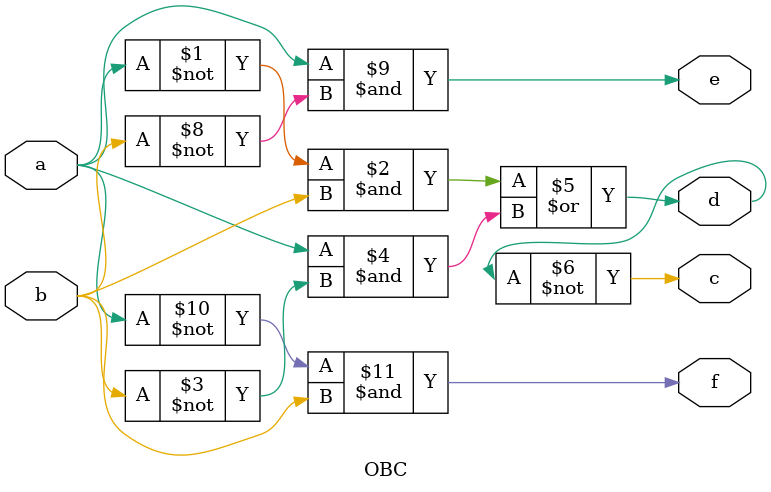
<source format=v>
`timescale 1ns / 1ps

module OBC(
    input a, b,
    output c, d, e, f
    );
    
    assign c = ~((~a & b) | (a & ~b));
    assign d = ~c;
    assign e = a & ~b;
    assign f = ~a & b;
    
endmodule

</source>
